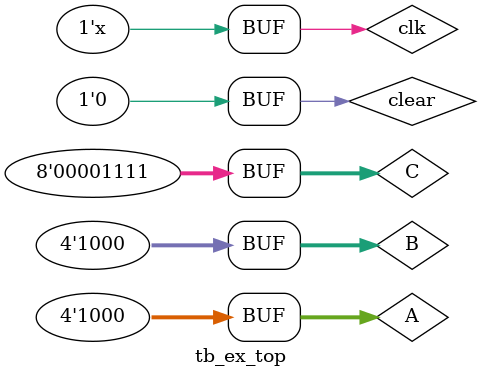
<source format=v>
module tb_ex_top;

	// Inputs
	reg clk;
	reg clear;
	reg [3:0] A;
	reg [3:0] B;
	reg [7:0] C;

	// Outputs
	wire [7:0] S;

	// Instantiate the Unit Under Test (UUT)
	ex_top uut (
		.clk(clk), 
		.clear(clear), 
		.A(A), 
		.B(B), 
		.C(C), 
		.S(S)
	);

	initial begin
		// Initialize Inputs
		clk = 0;
		clear = 1;
		A = 0;
		B = 0;
		C = 0;       
		
		#10 clear = 0;                                    
		#4 A = 4'b0011; B = 4'b0001; C = 8'b0000_0001; 
		#4 A = 4'b0110; B = 4'b0010; C = 8'b0000_0011; 
		#4 A = 4'b1001; B = 4'b0011; C = 8'b0000_0101;    
		#4 A = 4'b1100; B = 4'b0100; C = 8'b0000_0111;    
		#4 A = 4'b1111; B = 4'b0101; C = 8'b0000_1001;    
		#4 A = 4'b0010; B = 4'b0110; C = 8'b0000_1011;    
		#4 A = 4'b0101; B = 4'b0111; C = 8'b0000_1101;    
		#4 A = 4'b1000; B = 4'b1000; C = 8'b0000_1111;    

  	end
    
	always
	 #2 clk = ~clk;
	  
      
endmodule
</source>
